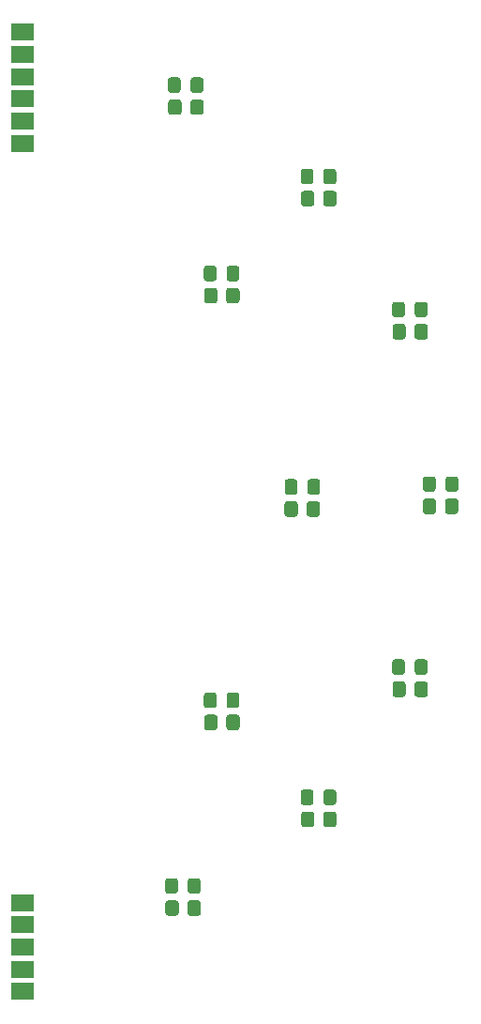
<source format=gbr>
G04 #@! TF.GenerationSoftware,KiCad,Pcbnew,5.1.10-88a1d61d58~88~ubuntu20.04.1*
G04 #@! TF.CreationDate,2021-06-07T13:22:34+01:00*
G04 #@! TF.ProjectId,wings,77696e67-732e-46b6-9963-61645f706362,rev?*
G04 #@! TF.SameCoordinates,Original*
G04 #@! TF.FileFunction,Soldermask,Bot*
G04 #@! TF.FilePolarity,Negative*
%FSLAX46Y46*%
G04 Gerber Fmt 4.6, Leading zero omitted, Abs format (unit mm)*
G04 Created by KiCad (PCBNEW 5.1.10-88a1d61d58~88~ubuntu20.04.1) date 2021-06-07 13:22:34*
%MOMM*%
%LPD*%
G01*
G04 APERTURE LIST*
%ADD10R,2.000000X1.500000*%
G04 APERTURE END LIST*
G04 #@! TO.C,R19*
G36*
G01*
X167350000Y-112299999D02*
X167350000Y-113200001D01*
G75*
G02*
X167100001Y-113450000I-249999J0D01*
G01*
X166399999Y-113450000D01*
G75*
G02*
X166150000Y-113200001I0J249999D01*
G01*
X166150000Y-112299999D01*
G75*
G02*
X166399999Y-112050000I249999J0D01*
G01*
X167100001Y-112050000D01*
G75*
G02*
X167350000Y-112299999I0J-249999D01*
G01*
G37*
G36*
G01*
X169350000Y-112299999D02*
X169350000Y-113200001D01*
G75*
G02*
X169100001Y-113450000I-249999J0D01*
G01*
X168399999Y-113450000D01*
G75*
G02*
X168150000Y-113200001I0J249999D01*
G01*
X168150000Y-112299999D01*
G75*
G02*
X168399999Y-112050000I249999J0D01*
G01*
X169100001Y-112050000D01*
G75*
G02*
X169350000Y-112299999I0J-249999D01*
G01*
G37*
G04 #@! TD*
G04 #@! TO.C,R13*
G36*
G01*
X184350000Y-77049999D02*
X184350000Y-77950001D01*
G75*
G02*
X184100001Y-78200000I-249999J0D01*
G01*
X183399999Y-78200000D01*
G75*
G02*
X183150000Y-77950001I0J249999D01*
G01*
X183150000Y-77049999D01*
G75*
G02*
X183399999Y-76800000I249999J0D01*
G01*
X184100001Y-76800000D01*
G75*
G02*
X184350000Y-77049999I0J-249999D01*
G01*
G37*
G36*
G01*
X186350000Y-77049999D02*
X186350000Y-77950001D01*
G75*
G02*
X186100001Y-78200000I-249999J0D01*
G01*
X185399999Y-78200000D01*
G75*
G02*
X185150000Y-77950001I0J249999D01*
G01*
X185150000Y-77049999D01*
G75*
G02*
X185399999Y-76800000I249999J0D01*
G01*
X186100001Y-76800000D01*
G75*
G02*
X186350000Y-77049999I0J-249999D01*
G01*
G37*
G04 #@! TD*
G04 #@! TO.C,R12*
G36*
G01*
X187100000Y-92799999D02*
X187100000Y-93700001D01*
G75*
G02*
X186850001Y-93950000I-249999J0D01*
G01*
X186149999Y-93950000D01*
G75*
G02*
X185900000Y-93700001I0J249999D01*
G01*
X185900000Y-92799999D01*
G75*
G02*
X186149999Y-92550000I249999J0D01*
G01*
X186850001Y-92550000D01*
G75*
G02*
X187100000Y-92799999I0J-249999D01*
G01*
G37*
G36*
G01*
X189100000Y-92799999D02*
X189100000Y-93700001D01*
G75*
G02*
X188850001Y-93950000I-249999J0D01*
G01*
X188149999Y-93950000D01*
G75*
G02*
X187900000Y-93700001I0J249999D01*
G01*
X187900000Y-92799999D01*
G75*
G02*
X188149999Y-92550000I249999J0D01*
G01*
X188850001Y-92550000D01*
G75*
G02*
X189100000Y-92799999I0J-249999D01*
G01*
G37*
G04 #@! TD*
G04 #@! TO.C,R11*
G36*
G01*
X184350000Y-109299999D02*
X184350000Y-110200001D01*
G75*
G02*
X184100001Y-110450000I-249999J0D01*
G01*
X183399999Y-110450000D01*
G75*
G02*
X183150000Y-110200001I0J249999D01*
G01*
X183150000Y-109299999D01*
G75*
G02*
X183399999Y-109050000I249999J0D01*
G01*
X184100001Y-109050000D01*
G75*
G02*
X184350000Y-109299999I0J-249999D01*
G01*
G37*
G36*
G01*
X186350000Y-109299999D02*
X186350000Y-110200001D01*
G75*
G02*
X186100001Y-110450000I-249999J0D01*
G01*
X185399999Y-110450000D01*
G75*
G02*
X185150000Y-110200001I0J249999D01*
G01*
X185150000Y-109299999D01*
G75*
G02*
X185399999Y-109050000I249999J0D01*
G01*
X186100001Y-109050000D01*
G75*
G02*
X186350000Y-109299999I0J-249999D01*
G01*
G37*
G04 #@! TD*
G04 #@! TO.C,R10*
G36*
G01*
X176100000Y-121049999D02*
X176100000Y-121950001D01*
G75*
G02*
X175850001Y-122200000I-249999J0D01*
G01*
X175149999Y-122200000D01*
G75*
G02*
X174900000Y-121950001I0J249999D01*
G01*
X174900000Y-121049999D01*
G75*
G02*
X175149999Y-120800000I249999J0D01*
G01*
X175850001Y-120800000D01*
G75*
G02*
X176100000Y-121049999I0J-249999D01*
G01*
G37*
G36*
G01*
X178100000Y-121049999D02*
X178100000Y-121950001D01*
G75*
G02*
X177850001Y-122200000I-249999J0D01*
G01*
X177149999Y-122200000D01*
G75*
G02*
X176900000Y-121950001I0J249999D01*
G01*
X176900000Y-121049999D01*
G75*
G02*
X177149999Y-120800000I249999J0D01*
G01*
X177850001Y-120800000D01*
G75*
G02*
X178100000Y-121049999I0J-249999D01*
G01*
G37*
G04 #@! TD*
G04 #@! TO.C,R21*
G36*
G01*
X167350000Y-73799999D02*
X167350000Y-74700001D01*
G75*
G02*
X167100001Y-74950000I-249999J0D01*
G01*
X166399999Y-74950000D01*
G75*
G02*
X166150000Y-74700001I0J249999D01*
G01*
X166150000Y-73799999D01*
G75*
G02*
X166399999Y-73550000I249999J0D01*
G01*
X167100001Y-73550000D01*
G75*
G02*
X167350000Y-73799999I0J-249999D01*
G01*
G37*
G36*
G01*
X169350000Y-73799999D02*
X169350000Y-74700001D01*
G75*
G02*
X169100001Y-74950000I-249999J0D01*
G01*
X168399999Y-74950000D01*
G75*
G02*
X168150000Y-74700001I0J249999D01*
G01*
X168150000Y-73799999D01*
G75*
G02*
X168399999Y-73550000I249999J0D01*
G01*
X169100001Y-73550000D01*
G75*
G02*
X169350000Y-73799999I0J-249999D01*
G01*
G37*
G04 #@! TD*
G04 #@! TO.C,R15*
G36*
G01*
X164100000Y-56799999D02*
X164100000Y-57700001D01*
G75*
G02*
X163850001Y-57950000I-249999J0D01*
G01*
X163149999Y-57950000D01*
G75*
G02*
X162900000Y-57700001I0J249999D01*
G01*
X162900000Y-56799999D01*
G75*
G02*
X163149999Y-56550000I249999J0D01*
G01*
X163850001Y-56550000D01*
G75*
G02*
X164100000Y-56799999I0J-249999D01*
G01*
G37*
G36*
G01*
X166100000Y-56799999D02*
X166100000Y-57700001D01*
G75*
G02*
X165850001Y-57950000I-249999J0D01*
G01*
X165149999Y-57950000D01*
G75*
G02*
X164900000Y-57700001I0J249999D01*
G01*
X164900000Y-56799999D01*
G75*
G02*
X165149999Y-56550000I249999J0D01*
G01*
X165850001Y-56550000D01*
G75*
G02*
X166100000Y-56799999I0J-249999D01*
G01*
G37*
G04 #@! TD*
G04 #@! TO.C,R9*
G36*
G01*
X163850000Y-129049999D02*
X163850000Y-129950001D01*
G75*
G02*
X163600001Y-130200000I-249999J0D01*
G01*
X162899999Y-130200000D01*
G75*
G02*
X162650000Y-129950001I0J249999D01*
G01*
X162650000Y-129049999D01*
G75*
G02*
X162899999Y-128800000I249999J0D01*
G01*
X163600001Y-128800000D01*
G75*
G02*
X163850000Y-129049999I0J-249999D01*
G01*
G37*
G36*
G01*
X165850000Y-129049999D02*
X165850000Y-129950001D01*
G75*
G02*
X165600001Y-130200000I-249999J0D01*
G01*
X164899999Y-130200000D01*
G75*
G02*
X164650000Y-129950001I0J249999D01*
G01*
X164650000Y-129049999D01*
G75*
G02*
X164899999Y-128800000I249999J0D01*
G01*
X165600001Y-128800000D01*
G75*
G02*
X165850000Y-129049999I0J-249999D01*
G01*
G37*
G04 #@! TD*
G04 #@! TO.C,R20*
G36*
G01*
X174600000Y-93049999D02*
X174600000Y-93950001D01*
G75*
G02*
X174350001Y-94200000I-249999J0D01*
G01*
X173649999Y-94200000D01*
G75*
G02*
X173400000Y-93950001I0J249999D01*
G01*
X173400000Y-93049999D01*
G75*
G02*
X173649999Y-92800000I249999J0D01*
G01*
X174350001Y-92800000D01*
G75*
G02*
X174600000Y-93049999I0J-249999D01*
G01*
G37*
G36*
G01*
X176600000Y-93049999D02*
X176600000Y-93950001D01*
G75*
G02*
X176350001Y-94200000I-249999J0D01*
G01*
X175649999Y-94200000D01*
G75*
G02*
X175400000Y-93950001I0J249999D01*
G01*
X175400000Y-93049999D01*
G75*
G02*
X175649999Y-92800000I249999J0D01*
G01*
X176350001Y-92800000D01*
G75*
G02*
X176600000Y-93049999I0J-249999D01*
G01*
G37*
G04 #@! TD*
G04 #@! TO.C,R14*
G36*
G01*
X176100000Y-65049999D02*
X176100000Y-65950001D01*
G75*
G02*
X175850001Y-66200000I-249999J0D01*
G01*
X175149999Y-66200000D01*
G75*
G02*
X174900000Y-65950001I0J249999D01*
G01*
X174900000Y-65049999D01*
G75*
G02*
X175149999Y-64800000I249999J0D01*
G01*
X175850001Y-64800000D01*
G75*
G02*
X176100000Y-65049999I0J-249999D01*
G01*
G37*
G36*
G01*
X178100000Y-65049999D02*
X178100000Y-65950001D01*
G75*
G02*
X177850001Y-66200000I-249999J0D01*
G01*
X177149999Y-66200000D01*
G75*
G02*
X176900000Y-65950001I0J249999D01*
G01*
X176900000Y-65049999D01*
G75*
G02*
X177149999Y-64800000I249999J0D01*
G01*
X177850001Y-64800000D01*
G75*
G02*
X178100000Y-65049999I0J-249999D01*
G01*
G37*
G04 #@! TD*
D10*
G04 #@! TO.C,J4*
X149750000Y-137000000D03*
X149750000Y-135000000D03*
X149750000Y-133000000D03*
X149750000Y-131000000D03*
X149750000Y-129000000D03*
G04 #@! TD*
G04 #@! TO.C,J1*
X149750000Y-60500000D03*
X149750000Y-58500000D03*
X149750000Y-56500000D03*
X149750000Y-54500000D03*
X149750000Y-52500000D03*
X149750000Y-50500000D03*
G04 #@! TD*
G04 #@! TO.C,D19*
G36*
G01*
X167275000Y-110299999D02*
X167275000Y-111200001D01*
G75*
G02*
X167025001Y-111450000I-249999J0D01*
G01*
X166374999Y-111450000D01*
G75*
G02*
X166125000Y-111200001I0J249999D01*
G01*
X166125000Y-110299999D01*
G75*
G02*
X166374999Y-110050000I249999J0D01*
G01*
X167025001Y-110050000D01*
G75*
G02*
X167275000Y-110299999I0J-249999D01*
G01*
G37*
G36*
G01*
X169325000Y-110299999D02*
X169325000Y-111200001D01*
G75*
G02*
X169075001Y-111450000I-249999J0D01*
G01*
X168424999Y-111450000D01*
G75*
G02*
X168175000Y-111200001I0J249999D01*
G01*
X168175000Y-110299999D01*
G75*
G02*
X168424999Y-110050000I249999J0D01*
G01*
X169075001Y-110050000D01*
G75*
G02*
X169325000Y-110299999I0J-249999D01*
G01*
G37*
G04 #@! TD*
G04 #@! TO.C,D13*
G36*
G01*
X184275000Y-75049999D02*
X184275000Y-75950001D01*
G75*
G02*
X184025001Y-76200000I-249999J0D01*
G01*
X183374999Y-76200000D01*
G75*
G02*
X183125000Y-75950001I0J249999D01*
G01*
X183125000Y-75049999D01*
G75*
G02*
X183374999Y-74800000I249999J0D01*
G01*
X184025001Y-74800000D01*
G75*
G02*
X184275000Y-75049999I0J-249999D01*
G01*
G37*
G36*
G01*
X186325000Y-75049999D02*
X186325000Y-75950001D01*
G75*
G02*
X186075001Y-76200000I-249999J0D01*
G01*
X185424999Y-76200000D01*
G75*
G02*
X185175000Y-75950001I0J249999D01*
G01*
X185175000Y-75049999D01*
G75*
G02*
X185424999Y-74800000I249999J0D01*
G01*
X186075001Y-74800000D01*
G75*
G02*
X186325000Y-75049999I0J-249999D01*
G01*
G37*
G04 #@! TD*
G04 #@! TO.C,D12*
G36*
G01*
X187050000Y-90799999D02*
X187050000Y-91700001D01*
G75*
G02*
X186800001Y-91950000I-249999J0D01*
G01*
X186149999Y-91950000D01*
G75*
G02*
X185900000Y-91700001I0J249999D01*
G01*
X185900000Y-90799999D01*
G75*
G02*
X186149999Y-90550000I249999J0D01*
G01*
X186800001Y-90550000D01*
G75*
G02*
X187050000Y-90799999I0J-249999D01*
G01*
G37*
G36*
G01*
X189100000Y-90799999D02*
X189100000Y-91700001D01*
G75*
G02*
X188850001Y-91950000I-249999J0D01*
G01*
X188199999Y-91950000D01*
G75*
G02*
X187950000Y-91700001I0J249999D01*
G01*
X187950000Y-90799999D01*
G75*
G02*
X188199999Y-90550000I249999J0D01*
G01*
X188850001Y-90550000D01*
G75*
G02*
X189100000Y-90799999I0J-249999D01*
G01*
G37*
G04 #@! TD*
G04 #@! TO.C,D11*
G36*
G01*
X184275000Y-107299999D02*
X184275000Y-108200001D01*
G75*
G02*
X184025001Y-108450000I-249999J0D01*
G01*
X183374999Y-108450000D01*
G75*
G02*
X183125000Y-108200001I0J249999D01*
G01*
X183125000Y-107299999D01*
G75*
G02*
X183374999Y-107050000I249999J0D01*
G01*
X184025001Y-107050000D01*
G75*
G02*
X184275000Y-107299999I0J-249999D01*
G01*
G37*
G36*
G01*
X186325000Y-107299999D02*
X186325000Y-108200001D01*
G75*
G02*
X186075001Y-108450000I-249999J0D01*
G01*
X185424999Y-108450000D01*
G75*
G02*
X185175000Y-108200001I0J249999D01*
G01*
X185175000Y-107299999D01*
G75*
G02*
X185424999Y-107050000I249999J0D01*
G01*
X186075001Y-107050000D01*
G75*
G02*
X186325000Y-107299999I0J-249999D01*
G01*
G37*
G04 #@! TD*
G04 #@! TO.C,D10*
G36*
G01*
X176025000Y-119049999D02*
X176025000Y-119950001D01*
G75*
G02*
X175775001Y-120200000I-249999J0D01*
G01*
X175124999Y-120200000D01*
G75*
G02*
X174875000Y-119950001I0J249999D01*
G01*
X174875000Y-119049999D01*
G75*
G02*
X175124999Y-118800000I249999J0D01*
G01*
X175775001Y-118800000D01*
G75*
G02*
X176025000Y-119049999I0J-249999D01*
G01*
G37*
G36*
G01*
X178075000Y-119049999D02*
X178075000Y-119950001D01*
G75*
G02*
X177825001Y-120200000I-249999J0D01*
G01*
X177174999Y-120200000D01*
G75*
G02*
X176925000Y-119950001I0J249999D01*
G01*
X176925000Y-119049999D01*
G75*
G02*
X177174999Y-118800000I249999J0D01*
G01*
X177825001Y-118800000D01*
G75*
G02*
X178075000Y-119049999I0J-249999D01*
G01*
G37*
G04 #@! TD*
G04 #@! TO.C,D21*
G36*
G01*
X167275000Y-71799999D02*
X167275000Y-72700001D01*
G75*
G02*
X167025001Y-72950000I-249999J0D01*
G01*
X166374999Y-72950000D01*
G75*
G02*
X166125000Y-72700001I0J249999D01*
G01*
X166125000Y-71799999D01*
G75*
G02*
X166374999Y-71550000I249999J0D01*
G01*
X167025001Y-71550000D01*
G75*
G02*
X167275000Y-71799999I0J-249999D01*
G01*
G37*
G36*
G01*
X169325000Y-71799999D02*
X169325000Y-72700001D01*
G75*
G02*
X169075001Y-72950000I-249999J0D01*
G01*
X168424999Y-72950000D01*
G75*
G02*
X168175000Y-72700001I0J249999D01*
G01*
X168175000Y-71799999D01*
G75*
G02*
X168424999Y-71550000I249999J0D01*
G01*
X169075001Y-71550000D01*
G75*
G02*
X169325000Y-71799999I0J-249999D01*
G01*
G37*
G04 #@! TD*
G04 #@! TO.C,D15*
G36*
G01*
X164025000Y-54799999D02*
X164025000Y-55700001D01*
G75*
G02*
X163775001Y-55950000I-249999J0D01*
G01*
X163124999Y-55950000D01*
G75*
G02*
X162875000Y-55700001I0J249999D01*
G01*
X162875000Y-54799999D01*
G75*
G02*
X163124999Y-54550000I249999J0D01*
G01*
X163775001Y-54550000D01*
G75*
G02*
X164025000Y-54799999I0J-249999D01*
G01*
G37*
G36*
G01*
X166075000Y-54799999D02*
X166075000Y-55700001D01*
G75*
G02*
X165825001Y-55950000I-249999J0D01*
G01*
X165174999Y-55950000D01*
G75*
G02*
X164925000Y-55700001I0J249999D01*
G01*
X164925000Y-54799999D01*
G75*
G02*
X165174999Y-54550000I249999J0D01*
G01*
X165825001Y-54550000D01*
G75*
G02*
X166075000Y-54799999I0J-249999D01*
G01*
G37*
G04 #@! TD*
G04 #@! TO.C,D9*
G36*
G01*
X163775000Y-127049999D02*
X163775000Y-127950001D01*
G75*
G02*
X163525001Y-128200000I-249999J0D01*
G01*
X162874999Y-128200000D01*
G75*
G02*
X162625000Y-127950001I0J249999D01*
G01*
X162625000Y-127049999D01*
G75*
G02*
X162874999Y-126800000I249999J0D01*
G01*
X163525001Y-126800000D01*
G75*
G02*
X163775000Y-127049999I0J-249999D01*
G01*
G37*
G36*
G01*
X165825000Y-127049999D02*
X165825000Y-127950001D01*
G75*
G02*
X165575001Y-128200000I-249999J0D01*
G01*
X164924999Y-128200000D01*
G75*
G02*
X164675000Y-127950001I0J249999D01*
G01*
X164675000Y-127049999D01*
G75*
G02*
X164924999Y-126800000I249999J0D01*
G01*
X165575001Y-126800000D01*
G75*
G02*
X165825000Y-127049999I0J-249999D01*
G01*
G37*
G04 #@! TD*
G04 #@! TO.C,D20*
G36*
G01*
X174575000Y-91049999D02*
X174575000Y-91950001D01*
G75*
G02*
X174325001Y-92200000I-249999J0D01*
G01*
X173674999Y-92200000D01*
G75*
G02*
X173425000Y-91950001I0J249999D01*
G01*
X173425000Y-91049999D01*
G75*
G02*
X173674999Y-90800000I249999J0D01*
G01*
X174325001Y-90800000D01*
G75*
G02*
X174575000Y-91049999I0J-249999D01*
G01*
G37*
G36*
G01*
X176625000Y-91049999D02*
X176625000Y-91950001D01*
G75*
G02*
X176375001Y-92200000I-249999J0D01*
G01*
X175724999Y-92200000D01*
G75*
G02*
X175475000Y-91950001I0J249999D01*
G01*
X175475000Y-91049999D01*
G75*
G02*
X175724999Y-90800000I249999J0D01*
G01*
X176375001Y-90800000D01*
G75*
G02*
X176625000Y-91049999I0J-249999D01*
G01*
G37*
G04 #@! TD*
G04 #@! TO.C,D14*
G36*
G01*
X176025000Y-63049999D02*
X176025000Y-63950001D01*
G75*
G02*
X175775001Y-64200000I-249999J0D01*
G01*
X175124999Y-64200000D01*
G75*
G02*
X174875000Y-63950001I0J249999D01*
G01*
X174875000Y-63049999D01*
G75*
G02*
X175124999Y-62800000I249999J0D01*
G01*
X175775001Y-62800000D01*
G75*
G02*
X176025000Y-63049999I0J-249999D01*
G01*
G37*
G36*
G01*
X178075000Y-63049999D02*
X178075000Y-63950001D01*
G75*
G02*
X177825001Y-64200000I-249999J0D01*
G01*
X177174999Y-64200000D01*
G75*
G02*
X176925000Y-63950001I0J249999D01*
G01*
X176925000Y-63049999D01*
G75*
G02*
X177174999Y-62800000I249999J0D01*
G01*
X177825001Y-62800000D01*
G75*
G02*
X178075000Y-63049999I0J-249999D01*
G01*
G37*
G04 #@! TD*
M02*

</source>
